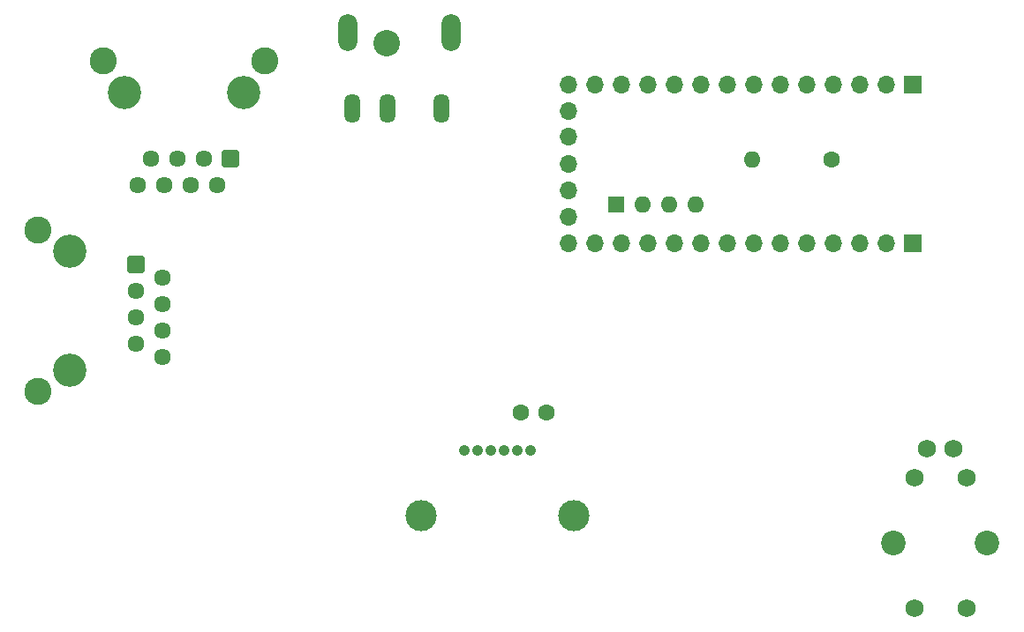
<source format=gbs>
G04 #@! TF.GenerationSoftware,KiCad,Pcbnew,7.0.1*
G04 #@! TF.CreationDate,2024-08-21T15:00:38-07:00*
G04 #@! TF.ProjectId,Dual encoder controller,4475616c-2065-46e6-936f-64657220636f,rev?*
G04 #@! TF.SameCoordinates,Original*
G04 #@! TF.FileFunction,Soldermask,Bot*
G04 #@! TF.FilePolarity,Negative*
%FSLAX46Y46*%
G04 Gerber Fmt 4.6, Leading zero omitted, Abs format (unit mm)*
G04 Created by KiCad (PCBNEW 7.0.1) date 2024-08-21 15:00:38*
%MOMM*%
%LPD*%
G01*
G04 APERTURE LIST*
G04 Aperture macros list*
%AMRoundRect*
0 Rectangle with rounded corners*
0 $1 Rounding radius*
0 $2 $3 $4 $5 $6 $7 $8 $9 X,Y pos of 4 corners*
0 Add a 4 corners polygon primitive as box body*
4,1,4,$2,$3,$4,$5,$6,$7,$8,$9,$2,$3,0*
0 Add four circle primitives for the rounded corners*
1,1,$1+$1,$2,$3*
1,1,$1+$1,$4,$5*
1,1,$1+$1,$6,$7*
1,1,$1+$1,$8,$9*
0 Add four rect primitives between the rounded corners*
20,1,$1+$1,$2,$3,$4,$5,0*
20,1,$1+$1,$4,$5,$6,$7,0*
20,1,$1+$1,$6,$7,$8,$9,0*
20,1,$1+$1,$8,$9,$2,$3,0*%
G04 Aperture macros list end*
%ADD10C,2.540000*%
%ADD11O,1.512000X2.820000*%
%ADD12O,1.864000X3.524000*%
%ADD13C,3.000000*%
%ADD14C,1.070000*%
%ADD15C,2.362200*%
%ADD16C,1.752600*%
%ADD17R,1.600000X1.600000*%
%ADD18O,1.600000X1.600000*%
%ADD19R,1.700000X1.700000*%
%ADD20O,1.700000X1.700000*%
%ADD21C,3.200000*%
%ADD22RoundRect,0.102000X0.704000X0.704000X-0.704000X0.704000X-0.704000X-0.704000X0.704000X-0.704000X0*%
%ADD23C,1.612000*%
%ADD24C,2.604000*%
%ADD25C,1.600000*%
%ADD26RoundRect,0.102000X-0.704000X0.704000X-0.704000X-0.704000X0.704000X-0.704000X0.704000X0.704000X0*%
G04 APERTURE END LIST*
D10*
X154352500Y-54270000D03*
D11*
X151052500Y-60570000D03*
X159652500Y-60570000D03*
X154452500Y-60570000D03*
D12*
X160552500Y-53270000D03*
X150652500Y-53270000D03*
D13*
X172302500Y-99622300D03*
X157697500Y-99622300D03*
D14*
X168175000Y-93373900D03*
X166905000Y-93373900D03*
X165635000Y-93373900D03*
X164365000Y-93373900D03*
X163095000Y-93373900D03*
X161825000Y-93373900D03*
D15*
X203000002Y-102250000D03*
X212000000Y-102250000D03*
D16*
X205000001Y-108500000D03*
X205000001Y-96000000D03*
X210000001Y-108500000D03*
X210000001Y-96000000D03*
X206230001Y-93250000D03*
X208770001Y-93250000D03*
D17*
X176425000Y-69760000D03*
D18*
X178965000Y-69760000D03*
X181505000Y-69760000D03*
X184045000Y-69760000D03*
D19*
X204855000Y-58210000D03*
D20*
X202315000Y-58210000D03*
X199775000Y-58210000D03*
X197235000Y-58210000D03*
X194695000Y-58210000D03*
X192155000Y-58210000D03*
X189615000Y-58210000D03*
X187075000Y-58210000D03*
X184535000Y-58210000D03*
X181995000Y-58210000D03*
X179455000Y-58210000D03*
X176915000Y-58210000D03*
X174375000Y-58210000D03*
X171835000Y-58210000D03*
X171835000Y-60750000D03*
X171845000Y-63280000D03*
X171835000Y-65830000D03*
X171835000Y-68370000D03*
X171835000Y-70910000D03*
X171835000Y-73450000D03*
X174375000Y-73450000D03*
X176915000Y-73450000D03*
X179455000Y-73450000D03*
X181995000Y-73450000D03*
X184535000Y-73450000D03*
X187075000Y-73450000D03*
X189615000Y-73450000D03*
X192155000Y-73450000D03*
X194695000Y-73450000D03*
X197235000Y-73450000D03*
X199775000Y-73450000D03*
X202315000Y-73450000D03*
D19*
X204855000Y-73450000D03*
D21*
X140715000Y-59000000D03*
X129285000Y-59000000D03*
D22*
X139445000Y-65350000D03*
D23*
X138175000Y-67890000D03*
X136905000Y-65350000D03*
X135635000Y-67890000D03*
X134365000Y-65350000D03*
X133095000Y-67890000D03*
X131825000Y-65350000D03*
X130555000Y-67890000D03*
D24*
X142750000Y-55950000D03*
X127250000Y-55950000D03*
D25*
X197045000Y-65410000D03*
D18*
X189425000Y-65410000D03*
D21*
X124000000Y-74285000D03*
X124000000Y-85715000D03*
D26*
X130350000Y-75555000D03*
D23*
X132890000Y-76825000D03*
X130350000Y-78095000D03*
X132890000Y-79365000D03*
X130350000Y-80635000D03*
X132890000Y-81905000D03*
X130350000Y-83175000D03*
X132890000Y-84445000D03*
D24*
X120950000Y-72250000D03*
X120950000Y-87750000D03*
D25*
X167240000Y-89720000D03*
X169740000Y-89720000D03*
M02*

</source>
